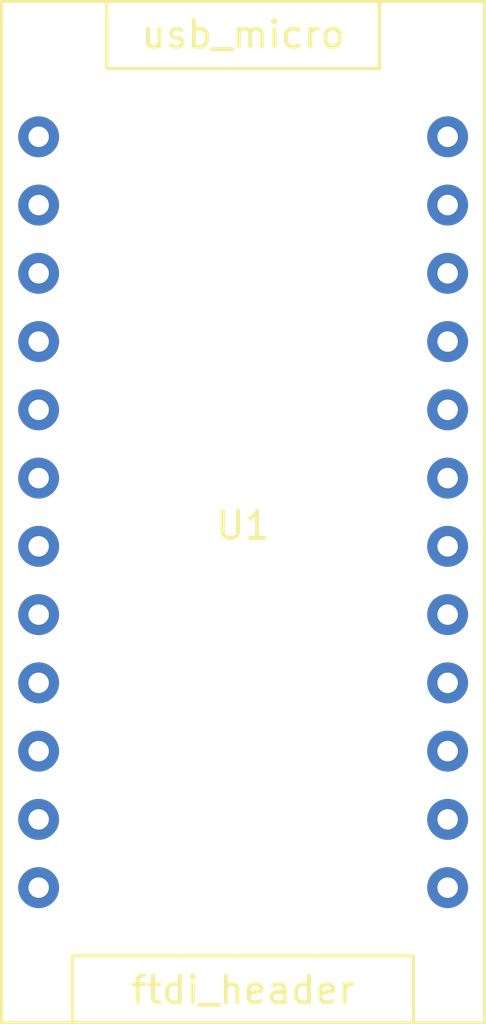
<source format=kicad_pcb>
(kicad_pcb (version 20171130) (host pcbnew 5.1.4+dfsg1-1)

  (general
    (thickness 1.6)
    (drawings 0)
    (tracks 0)
    (zones 0)
    (modules 1)
    (nets 25)
  )

  (page A4)
  (layers
    (0 F.Cu signal)
    (31 B.Cu signal)
    (32 B.Adhes user)
    (33 F.Adhes user)
    (34 B.Paste user)
    (35 F.Paste user)
    (36 B.SilkS user)
    (37 F.SilkS user)
    (38 B.Mask user)
    (39 F.Mask user)
    (40 Dwgs.User user)
    (41 Cmts.User user)
    (42 Eco1.User user)
    (43 Eco2.User user)
    (44 Edge.Cuts user)
    (45 Margin user)
    (46 B.CrtYd user)
    (47 F.CrtYd user)
    (48 B.Fab user)
    (49 F.Fab user)
  )

  (setup
    (last_trace_width 0.25)
    (trace_clearance 0.2)
    (zone_clearance 0.508)
    (zone_45_only no)
    (trace_min 0.2)
    (via_size 0.8)
    (via_drill 0.4)
    (via_min_size 0.4)
    (via_min_drill 0.3)
    (uvia_size 0.3)
    (uvia_drill 0.1)
    (uvias_allowed no)
    (uvia_min_size 0.2)
    (uvia_min_drill 0.1)
    (edge_width 0.05)
    (segment_width 0.2)
    (pcb_text_width 0.3)
    (pcb_text_size 1.5 1.5)
    (mod_edge_width 0.12)
    (mod_text_size 1 1)
    (mod_text_width 0.15)
    (pad_size 1.524 1.524)
    (pad_drill 0.762)
    (pad_to_mask_clearance 0.051)
    (solder_mask_min_width 0.25)
    (aux_axis_origin 0 0)
    (visible_elements FFFFFF7F)
    (pcbplotparams
      (layerselection 0x010fc_ffffffff)
      (usegerberextensions false)
      (usegerberattributes false)
      (usegerberadvancedattributes false)
      (creategerberjobfile false)
      (excludeedgelayer true)
      (linewidth 0.100000)
      (plotframeref false)
      (viasonmask false)
      (mode 1)
      (useauxorigin false)
      (hpglpennumber 1)
      (hpglpenspeed 20)
      (hpglpendiameter 15.000000)
      (psnegative false)
      (psa4output false)
      (plotreference true)
      (plotvalue true)
      (plotinvisibletext false)
      (padsonsilk false)
      (subtractmaskfromsilk false)
      (outputformat 1)
      (mirror false)
      (drillshape 1)
      (scaleselection 1)
      (outputdirectory ""))
  )

  (net 0 "")
  (net 1 "Net-(U1-Pad24)")
  (net 2 "Net-(U1-Pad23)")
  (net 3 "Net-(U1-Pad22)")
  (net 4 "Net-(U1-Pad21)")
  (net 5 "Net-(U1-Pad20)")
  (net 6 "Net-(U1-Pad19)")
  (net 7 "Net-(U1-Pad18)")
  (net 8 "Net-(U1-Pad17)")
  (net 9 "Net-(U1-Pad16)")
  (net 10 "Net-(U1-Pad15)")
  (net 11 "Net-(U1-Pad14)")
  (net 12 "Net-(U1-Pad13)")
  (net 13 "Net-(U1-Pad12)")
  (net 14 "Net-(U1-Pad11)")
  (net 15 "Net-(U1-Pad10)")
  (net 16 "Net-(U1-Pad9)")
  (net 17 "Net-(U1-Pad8)")
  (net 18 "Net-(U1-Pad7)")
  (net 19 "Net-(U1-Pad6)")
  (net 20 "Net-(U1-Pad5)")
  (net 21 "Net-(U1-Pad4)")
  (net 22 "Net-(U1-Pad3)")
  (net 23 "Net-(U1-Pad2)")
  (net 24 "Net-(U1-Pad1)")

  (net_class Default "This is the default net class."
    (clearance 0.2)
    (trace_width 0.25)
    (via_dia 0.8)
    (via_drill 0.4)
    (uvia_dia 0.3)
    (uvia_drill 0.1)
    (add_net "Net-(U1-Pad1)")
    (add_net "Net-(U1-Pad10)")
    (add_net "Net-(U1-Pad11)")
    (add_net "Net-(U1-Pad12)")
    (add_net "Net-(U1-Pad13)")
    (add_net "Net-(U1-Pad14)")
    (add_net "Net-(U1-Pad15)")
    (add_net "Net-(U1-Pad16)")
    (add_net "Net-(U1-Pad17)")
    (add_net "Net-(U1-Pad18)")
    (add_net "Net-(U1-Pad19)")
    (add_net "Net-(U1-Pad2)")
    (add_net "Net-(U1-Pad20)")
    (add_net "Net-(U1-Pad21)")
    (add_net "Net-(U1-Pad22)")
    (add_net "Net-(U1-Pad23)")
    (add_net "Net-(U1-Pad24)")
    (add_net "Net-(U1-Pad3)")
    (add_net "Net-(U1-Pad4)")
    (add_net "Net-(U1-Pad5)")
    (add_net "Net-(U1-Pad6)")
    (add_net "Net-(U1-Pad7)")
    (add_net "Net-(U1-Pad8)")
    (add_net "Net-(U1-Pad9)")
  )

  (module temp0_parts:pro_trinket_5V (layer F.Cu) (tedit 5E6C6DF6) (tstamp 5E6C72B6)
    (at 162.56 93.98)
    (path /5E6C8427)
    (fp_text reference U1 (at 0 0.5) (layer F.SilkS)
      (effects (font (size 1 1) (thickness 0.15)))
    )
    (fp_text value pro_trinket_5V (at 0 -1.27) (layer F.Fab)
      (effects (font (size 1 1) (thickness 0.15)))
    )
    (fp_line (start 6.35 16.51) (end 6.35 19) (layer F.SilkS) (width 0.12))
    (fp_line (start -6.35 16.51) (end 6.35 16.51) (layer F.SilkS) (width 0.12))
    (fp_line (start -6.35 19) (end -6.35 16.51) (layer F.SilkS) (width 0.12))
    (fp_line (start 5.08 -16.51) (end 5.08 -19) (layer F.SilkS) (width 0.12))
    (fp_line (start -5.08 -16.51) (end 5.08 -16.51) (layer F.SilkS) (width 0.12))
    (fp_line (start -5.08 -19) (end -5.08 -16.51) (layer F.SilkS) (width 0.12))
    (fp_text user usb_micro (at 0 -17.78) (layer F.SilkS)
      (effects (font (size 1 1) (thickness 0.15)))
    )
    (fp_text user ftdi_header (at 0 17.78) (layer F.SilkS)
      (effects (font (size 1 1) (thickness 0.15)))
    )
    (fp_line (start -9 19) (end -9 -19) (layer F.SilkS) (width 0.12))
    (fp_line (start 9 -19) (end 9 19) (layer F.SilkS) (width 0.12))
    (fp_line (start -9 19) (end 9 19) (layer F.SilkS) (width 0.12))
    (fp_line (start -9 -19) (end 9 -19) (layer F.SilkS) (width 0.12))
    (pad 24 thru_hole circle (at 7.62 13.97) (size 1.524 1.524) (drill 0.762) (layers *.Cu *.Mask)
      (net 1 "Net-(U1-Pad24)"))
    (pad 23 thru_hole circle (at 7.62 11.43) (size 1.524 1.524) (drill 0.762) (layers *.Cu *.Mask)
      (net 2 "Net-(U1-Pad23)"))
    (pad 22 thru_hole circle (at 7.62 8.89) (size 1.524 1.524) (drill 0.762) (layers *.Cu *.Mask)
      (net 3 "Net-(U1-Pad22)"))
    (pad 21 thru_hole circle (at 7.62 6.35) (size 1.524 1.524) (drill 0.762) (layers *.Cu *.Mask)
      (net 4 "Net-(U1-Pad21)"))
    (pad 20 thru_hole circle (at 7.62 3.81) (size 1.524 1.524) (drill 0.762) (layers *.Cu *.Mask)
      (net 5 "Net-(U1-Pad20)"))
    (pad 19 thru_hole circle (at 7.62 1.27) (size 1.524 1.524) (drill 0.762) (layers *.Cu *.Mask)
      (net 6 "Net-(U1-Pad19)"))
    (pad 18 thru_hole circle (at 7.62 -1.27) (size 1.524 1.524) (drill 0.762) (layers *.Cu *.Mask)
      (net 7 "Net-(U1-Pad18)"))
    (pad 17 thru_hole circle (at 7.62 -3.81) (size 1.524 1.524) (drill 0.762) (layers *.Cu *.Mask)
      (net 8 "Net-(U1-Pad17)"))
    (pad 16 thru_hole circle (at 7.62 -6.35) (size 1.524 1.524) (drill 0.762) (layers *.Cu *.Mask)
      (net 9 "Net-(U1-Pad16)"))
    (pad 15 thru_hole circle (at 7.62 -8.89) (size 1.524 1.524) (drill 0.762) (layers *.Cu *.Mask)
      (net 10 "Net-(U1-Pad15)"))
    (pad 14 thru_hole circle (at 7.62 -11.43) (size 1.524 1.524) (drill 0.762) (layers *.Cu *.Mask)
      (net 11 "Net-(U1-Pad14)"))
    (pad 13 thru_hole circle (at 7.62 -13.97) (size 1.524 1.524) (drill 0.762) (layers *.Cu *.Mask)
      (net 12 "Net-(U1-Pad13)"))
    (pad 12 thru_hole circle (at -7.62 13.97) (size 1.524 1.524) (drill 0.762) (layers *.Cu *.Mask)
      (net 13 "Net-(U1-Pad12)"))
    (pad 11 thru_hole circle (at -7.62 11.43) (size 1.524 1.524) (drill 0.762) (layers *.Cu *.Mask)
      (net 14 "Net-(U1-Pad11)"))
    (pad 10 thru_hole circle (at -7.62 8.89) (size 1.524 1.524) (drill 0.762) (layers *.Cu *.Mask)
      (net 15 "Net-(U1-Pad10)"))
    (pad 9 thru_hole circle (at -7.62 6.35) (size 1.524 1.524) (drill 0.762) (layers *.Cu *.Mask)
      (net 16 "Net-(U1-Pad9)"))
    (pad 8 thru_hole circle (at -7.62 3.81) (size 1.524 1.524) (drill 0.762) (layers *.Cu *.Mask)
      (net 17 "Net-(U1-Pad8)"))
    (pad 7 thru_hole circle (at -7.62 1.27) (size 1.524 1.524) (drill 0.762) (layers *.Cu *.Mask)
      (net 18 "Net-(U1-Pad7)"))
    (pad 6 thru_hole circle (at -7.62 -1.27) (size 1.524 1.524) (drill 0.762) (layers *.Cu *.Mask)
      (net 19 "Net-(U1-Pad6)"))
    (pad 5 thru_hole circle (at -7.62 -3.81) (size 1.524 1.524) (drill 0.762) (layers *.Cu *.Mask)
      (net 20 "Net-(U1-Pad5)"))
    (pad 4 thru_hole circle (at -7.62 -6.35) (size 1.524 1.524) (drill 0.762) (layers *.Cu *.Mask)
      (net 21 "Net-(U1-Pad4)"))
    (pad 3 thru_hole circle (at -7.62 -8.89) (size 1.524 1.524) (drill 0.762) (layers *.Cu *.Mask)
      (net 22 "Net-(U1-Pad3)"))
    (pad 2 thru_hole circle (at -7.62 -11.43) (size 1.524 1.524) (drill 0.762) (layers *.Cu *.Mask)
      (net 23 "Net-(U1-Pad2)"))
    (pad 1 thru_hole circle (at -7.62 -13.97) (size 1.524 1.524) (drill 0.762) (layers *.Cu *.Mask)
      (net 24 "Net-(U1-Pad1)"))
  )

)

</source>
